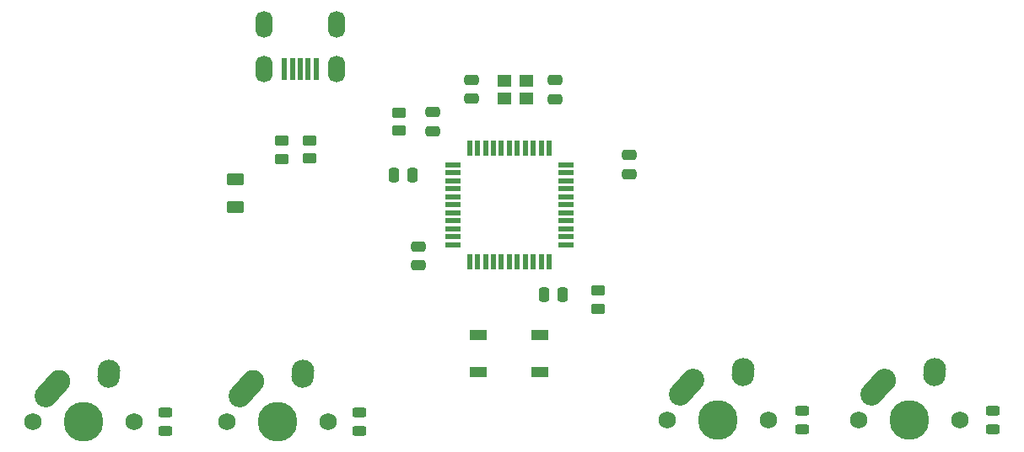
<source format=gbr>
%TF.GenerationSoftware,KiCad,Pcbnew,7.0.8*%
%TF.CreationDate,2023-11-14T13:05:45-05:00*%
%TF.ProjectId,KiCad Files,4b694361-6420-4466-996c-65732e6b6963,rev?*%
%TF.SameCoordinates,Original*%
%TF.FileFunction,Soldermask,Bot*%
%TF.FilePolarity,Negative*%
%FSLAX46Y46*%
G04 Gerber Fmt 4.6, Leading zero omitted, Abs format (unit mm)*
G04 Created by KiCad (PCBNEW 7.0.8) date 2023-11-14 13:05:45*
%MOMM*%
%LPD*%
G01*
G04 APERTURE LIST*
G04 Aperture macros list*
%AMRoundRect*
0 Rectangle with rounded corners*
0 $1 Rounding radius*
0 $2 $3 $4 $5 $6 $7 $8 $9 X,Y pos of 4 corners*
0 Add a 4 corners polygon primitive as box body*
4,1,4,$2,$3,$4,$5,$6,$7,$8,$9,$2,$3,0*
0 Add four circle primitives for the rounded corners*
1,1,$1+$1,$2,$3*
1,1,$1+$1,$4,$5*
1,1,$1+$1,$6,$7*
1,1,$1+$1,$8,$9*
0 Add four rect primitives between the rounded corners*
20,1,$1+$1,$2,$3,$4,$5,0*
20,1,$1+$1,$4,$5,$6,$7,0*
20,1,$1+$1,$6,$7,$8,$9,0*
20,1,$1+$1,$8,$9,$2,$3,0*%
%AMHorizOval*
0 Thick line with rounded ends*
0 $1 width*
0 $2 $3 position (X,Y) of the first rounded end (center of the circle)*
0 $4 $5 position (X,Y) of the second rounded end (center of the circle)*
0 Add line between two ends*
20,1,$1,$2,$3,$4,$5,0*
0 Add two circle primitives to create the rounded ends*
1,1,$1,$2,$3*
1,1,$1,$4,$5*%
G04 Aperture macros list end*
%ADD10C,1.750000*%
%ADD11C,3.987800*%
%ADD12HorizOval,2.250000X0.655001X0.730000X-0.655001X-0.730000X0*%
%ADD13C,2.250000*%
%ADD14HorizOval,2.250000X0.020000X0.290000X-0.020000X-0.290000X0*%
%ADD15RoundRect,0.243750X0.456250X-0.243750X0.456250X0.243750X-0.456250X0.243750X-0.456250X-0.243750X0*%
%ADD16RoundRect,0.250000X0.450000X-0.262500X0.450000X0.262500X-0.450000X0.262500X-0.450000X-0.262500X0*%
%ADD17R,1.800000X1.100000*%
%ADD18RoundRect,0.250000X-0.450000X0.262500X-0.450000X-0.262500X0.450000X-0.262500X0.450000X0.262500X0*%
%ADD19RoundRect,0.250000X0.250000X0.475000X-0.250000X0.475000X-0.250000X-0.475000X0.250000X-0.475000X0*%
%ADD20R,1.500000X0.550000*%
%ADD21R,0.550000X1.500000*%
%ADD22RoundRect,0.250000X0.475000X-0.250000X0.475000X0.250000X-0.475000X0.250000X-0.475000X-0.250000X0*%
%ADD23R,0.500000X2.250000*%
%ADD24O,1.700000X2.700000*%
%ADD25RoundRect,0.250000X-0.625000X0.375000X-0.625000X-0.375000X0.625000X-0.375000X0.625000X0.375000X0*%
%ADD26RoundRect,0.250000X-0.475000X0.250000X-0.475000X-0.250000X0.475000X-0.250000X0.475000X0.250000X0*%
%ADD27R,1.400000X1.200000*%
G04 APERTURE END LIST*
D10*
%TO.C,MX4*%
X178600000Y-113010000D03*
D11*
X183680000Y-113010000D03*
D10*
X188760000Y-113010000D03*
D12*
X180525001Y-109740000D03*
D13*
X181180000Y-109010000D03*
D14*
X186200000Y-108220000D03*
D13*
X186220000Y-107930000D03*
%TD*%
D10*
%TO.C,MX2*%
X115170000Y-113142500D03*
D11*
X120250000Y-113142500D03*
D10*
X125330000Y-113142500D03*
D12*
X117095001Y-109872500D03*
D13*
X117750000Y-109142500D03*
D14*
X122770000Y-108352500D03*
D13*
X122790000Y-108062500D03*
%TD*%
D10*
%TO.C,MX3*%
X159330000Y-113010000D03*
D11*
X164410000Y-113010000D03*
D10*
X169490000Y-113010000D03*
D12*
X161255001Y-109740000D03*
D13*
X161910000Y-109010000D03*
D14*
X166930000Y-108220000D03*
D13*
X166950000Y-107930000D03*
%TD*%
D10*
%TO.C,MX1*%
X95700000Y-113150000D03*
D11*
X100780000Y-113150000D03*
D10*
X105860000Y-113150000D03*
D12*
X97625001Y-109880000D03*
D13*
X98280000Y-109150000D03*
D14*
X103300000Y-108360000D03*
D13*
X103320000Y-108070000D03*
%TD*%
D15*
%TO.C,D4*%
X192058750Y-113936250D03*
X192058750Y-112061250D03*
%TD*%
D16*
%TO.C,R4*%
X152400000Y-101837500D03*
X152400000Y-100012500D03*
%TD*%
D17*
%TO.C,SW1*%
X140375000Y-108175000D03*
X146575000Y-104475000D03*
X140375000Y-104475000D03*
X146575000Y-108175000D03*
%TD*%
D18*
%TO.C,R1*%
X132390000Y-82077500D03*
X132390000Y-83902500D03*
%TD*%
D19*
%TO.C,C3*%
X133810000Y-88390000D03*
X131910000Y-88390000D03*
%TD*%
D20*
%TO.C,U1*%
X137810000Y-95360000D03*
X137810000Y-94560000D03*
X137810000Y-93760000D03*
X137810000Y-92960000D03*
X137810000Y-92160000D03*
X137810000Y-91360000D03*
X137810000Y-90560000D03*
X137810000Y-89760000D03*
X137810000Y-88960000D03*
X137810000Y-88160000D03*
X137810000Y-87360000D03*
D21*
X139510000Y-85660000D03*
X140310000Y-85660000D03*
X141110000Y-85660000D03*
X141910000Y-85660000D03*
X142710000Y-85660000D03*
X143510000Y-85660000D03*
X144310000Y-85660000D03*
X145110000Y-85660000D03*
X145910000Y-85660000D03*
X146710000Y-85660000D03*
X147510000Y-85660000D03*
D20*
X149210000Y-87360000D03*
X149210000Y-88160000D03*
X149210000Y-88960000D03*
X149210000Y-89760000D03*
X149210000Y-90560000D03*
X149210000Y-91360000D03*
X149210000Y-92160000D03*
X149210000Y-92960000D03*
X149210000Y-93760000D03*
X149210000Y-94560000D03*
X149210000Y-95360000D03*
D21*
X147510000Y-97060000D03*
X146710000Y-97060000D03*
X145910000Y-97060000D03*
X145110000Y-97060000D03*
X144310000Y-97060000D03*
X143510000Y-97060000D03*
X142710000Y-97060000D03*
X141910000Y-97060000D03*
X141110000Y-97060000D03*
X140310000Y-97060000D03*
X139510000Y-97060000D03*
%TD*%
D22*
%TO.C,C4*%
X135830000Y-83940000D03*
X135830000Y-82040000D03*
%TD*%
D18*
%TO.C,R3*%
X120650000Y-84917500D03*
X120650000Y-86742500D03*
%TD*%
D19*
%TO.C,C6*%
X148890000Y-100380000D03*
X146990000Y-100380000D03*
%TD*%
D15*
%TO.C,D3*%
X172861250Y-113946250D03*
X172861250Y-112071250D03*
%TD*%
D18*
%TO.C,R2*%
X123460000Y-84887500D03*
X123460000Y-86712500D03*
%TD*%
D23*
%TO.C,USB1*%
X124120000Y-77690000D03*
X123320000Y-77690000D03*
X122520000Y-77690000D03*
X121720000Y-77690000D03*
X120920000Y-77690000D03*
D24*
X126170000Y-73190000D03*
X118870000Y-73190000D03*
X126170000Y-77690000D03*
X118870000Y-77690000D03*
%TD*%
D25*
%TO.C,F1*%
X115960000Y-88810000D03*
X115960000Y-91610000D03*
%TD*%
D26*
%TO.C,C7*%
X134375000Y-95550000D03*
X134375000Y-97450000D03*
%TD*%
D15*
%TO.C,D1*%
X108960000Y-114100000D03*
X108960000Y-112225000D03*
%TD*%
D22*
%TO.C,C2*%
X139740000Y-80700000D03*
X139740000Y-78800000D03*
%TD*%
D15*
%TO.C,D2*%
X128430000Y-114102500D03*
X128430000Y-112227500D03*
%TD*%
D26*
%TO.C,C1*%
X148080000Y-78810000D03*
X148080000Y-80710000D03*
%TD*%
D27*
%TO.C,Y1*%
X145180000Y-80630000D03*
X142980000Y-80630000D03*
X142980000Y-78930000D03*
X145180000Y-78930000D03*
%TD*%
D22*
%TO.C,C5*%
X155575000Y-88262500D03*
X155575000Y-86362500D03*
%TD*%
M02*

</source>
